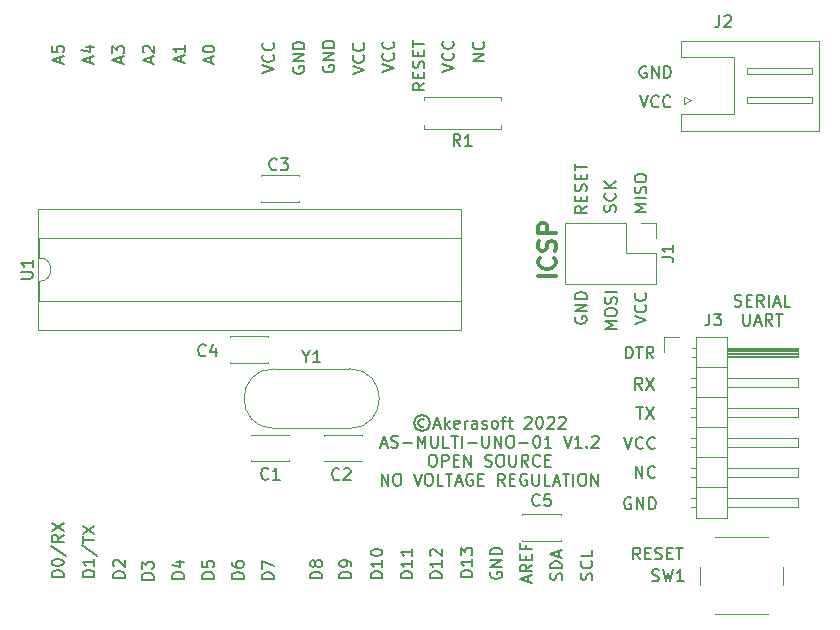
<source format=gbr>
%TF.GenerationSoftware,KiCad,Pcbnew,(6.0.6)*%
%TF.CreationDate,2022-12-23T09:56:40-08:00*%
%TF.ProjectId,AS-MULTI-UNO-01,41532d4d-554c-4544-992d-554e4f2d3031,rev?*%
%TF.SameCoordinates,Original*%
%TF.FileFunction,Legend,Top*%
%TF.FilePolarity,Positive*%
%FSLAX46Y46*%
G04 Gerber Fmt 4.6, Leading zero omitted, Abs format (unit mm)*
G04 Created by KiCad (PCBNEW (6.0.6)) date 2022-12-23 09:56:40*
%MOMM*%
%LPD*%
G01*
G04 APERTURE LIST*
%ADD10C,0.150000*%
%ADD11C,0.300000*%
%ADD12C,0.120000*%
G04 APERTURE END LIST*
D10*
X131491219Y-112034580D02*
X131157885Y-111558390D01*
X130919790Y-112034580D02*
X130919790Y-111034580D01*
X131300742Y-111034580D01*
X131395980Y-111082200D01*
X131443600Y-111129819D01*
X131491219Y-111225057D01*
X131491219Y-111367914D01*
X131443600Y-111463152D01*
X131395980Y-111510771D01*
X131300742Y-111558390D01*
X130919790Y-111558390D01*
X131919790Y-111510771D02*
X132253123Y-111510771D01*
X132395980Y-112034580D02*
X131919790Y-112034580D01*
X131919790Y-111034580D01*
X132395980Y-111034580D01*
X132776933Y-111986961D02*
X132919790Y-112034580D01*
X133157885Y-112034580D01*
X133253123Y-111986961D01*
X133300742Y-111939342D01*
X133348361Y-111844104D01*
X133348361Y-111748866D01*
X133300742Y-111653628D01*
X133253123Y-111606009D01*
X133157885Y-111558390D01*
X132967409Y-111510771D01*
X132872171Y-111463152D01*
X132824552Y-111415533D01*
X132776933Y-111320295D01*
X132776933Y-111225057D01*
X132824552Y-111129819D01*
X132872171Y-111082200D01*
X132967409Y-111034580D01*
X133205504Y-111034580D01*
X133348361Y-111082200D01*
X133776933Y-111510771D02*
X134110266Y-111510771D01*
X134253123Y-112034580D02*
X133776933Y-112034580D01*
X133776933Y-111034580D01*
X134253123Y-111034580D01*
X134538838Y-111034580D02*
X135110266Y-111034580D01*
X134824552Y-112034580D02*
X134824552Y-111034580D01*
X139498676Y-90582561D02*
X139641533Y-90630180D01*
X139879628Y-90630180D01*
X139974866Y-90582561D01*
X140022485Y-90534942D01*
X140070104Y-90439704D01*
X140070104Y-90344466D01*
X140022485Y-90249228D01*
X139974866Y-90201609D01*
X139879628Y-90153990D01*
X139689152Y-90106371D01*
X139593914Y-90058752D01*
X139546295Y-90011133D01*
X139498676Y-89915895D01*
X139498676Y-89820657D01*
X139546295Y-89725419D01*
X139593914Y-89677800D01*
X139689152Y-89630180D01*
X139927247Y-89630180D01*
X140070104Y-89677800D01*
X140498676Y-90106371D02*
X140832009Y-90106371D01*
X140974866Y-90630180D02*
X140498676Y-90630180D01*
X140498676Y-89630180D01*
X140974866Y-89630180D01*
X141974866Y-90630180D02*
X141641533Y-90153990D01*
X141403438Y-90630180D02*
X141403438Y-89630180D01*
X141784390Y-89630180D01*
X141879628Y-89677800D01*
X141927247Y-89725419D01*
X141974866Y-89820657D01*
X141974866Y-89963514D01*
X141927247Y-90058752D01*
X141879628Y-90106371D01*
X141784390Y-90153990D01*
X141403438Y-90153990D01*
X142403438Y-90630180D02*
X142403438Y-89630180D01*
X142832009Y-90344466D02*
X143308200Y-90344466D01*
X142736771Y-90630180D02*
X143070104Y-89630180D01*
X143403438Y-90630180D01*
X144212961Y-90630180D02*
X143736771Y-90630180D01*
X143736771Y-89630180D01*
X140212961Y-91240180D02*
X140212961Y-92049704D01*
X140260580Y-92144942D01*
X140308200Y-92192561D01*
X140403438Y-92240180D01*
X140593914Y-92240180D01*
X140689152Y-92192561D01*
X140736771Y-92144942D01*
X140784390Y-92049704D01*
X140784390Y-91240180D01*
X141212961Y-91954466D02*
X141689152Y-91954466D01*
X141117723Y-92240180D02*
X141451057Y-91240180D01*
X141784390Y-92240180D01*
X142689152Y-92240180D02*
X142355819Y-91763990D01*
X142117723Y-92240180D02*
X142117723Y-91240180D01*
X142498676Y-91240180D01*
X142593914Y-91287800D01*
X142641533Y-91335419D01*
X142689152Y-91430657D01*
X142689152Y-91573514D01*
X142641533Y-91668752D01*
X142593914Y-91716371D01*
X142498676Y-91763990D01*
X142117723Y-91763990D01*
X142974866Y-91240180D02*
X143546295Y-91240180D01*
X143260580Y-92240180D02*
X143260580Y-91240180D01*
X130708495Y-106840400D02*
X130613257Y-106792780D01*
X130470400Y-106792780D01*
X130327542Y-106840400D01*
X130232304Y-106935638D01*
X130184685Y-107030876D01*
X130137066Y-107221352D01*
X130137066Y-107364209D01*
X130184685Y-107554685D01*
X130232304Y-107649923D01*
X130327542Y-107745161D01*
X130470400Y-107792780D01*
X130565638Y-107792780D01*
X130708495Y-107745161D01*
X130756114Y-107697542D01*
X130756114Y-107364209D01*
X130565638Y-107364209D01*
X131184685Y-107792780D02*
X131184685Y-106792780D01*
X131756114Y-107792780D01*
X131756114Y-106792780D01*
X132232304Y-107792780D02*
X132232304Y-106792780D01*
X132470400Y-106792780D01*
X132613257Y-106840400D01*
X132708495Y-106935638D01*
X132756114Y-107030876D01*
X132803733Y-107221352D01*
X132803733Y-107364209D01*
X132756114Y-107554685D01*
X132708495Y-107649923D01*
X132613257Y-107745161D01*
X132470400Y-107792780D01*
X132232304Y-107792780D01*
X131116485Y-105151180D02*
X131116485Y-104151180D01*
X131687914Y-105151180D01*
X131687914Y-104151180D01*
X132735533Y-105055942D02*
X132687914Y-105103561D01*
X132545057Y-105151180D01*
X132449819Y-105151180D01*
X132306961Y-105103561D01*
X132211723Y-105008323D01*
X132164104Y-104913085D01*
X132116485Y-104722609D01*
X132116485Y-104579752D01*
X132164104Y-104389276D01*
X132211723Y-104294038D01*
X132306961Y-104198800D01*
X132449819Y-104151180D01*
X132545057Y-104151180D01*
X132687914Y-104198800D01*
X132735533Y-104246419D01*
X130162466Y-101687380D02*
X130495800Y-102687380D01*
X130829133Y-101687380D01*
X131733895Y-102592142D02*
X131686276Y-102639761D01*
X131543419Y-102687380D01*
X131448180Y-102687380D01*
X131305323Y-102639761D01*
X131210085Y-102544523D01*
X131162466Y-102449285D01*
X131114847Y-102258809D01*
X131114847Y-102115952D01*
X131162466Y-101925476D01*
X131210085Y-101830238D01*
X131305323Y-101735000D01*
X131448180Y-101687380D01*
X131543419Y-101687380D01*
X131686276Y-101735000D01*
X131733895Y-101782619D01*
X132733895Y-102592142D02*
X132686276Y-102639761D01*
X132543419Y-102687380D01*
X132448180Y-102687380D01*
X132305323Y-102639761D01*
X132210085Y-102544523D01*
X132162466Y-102449285D01*
X132114847Y-102258809D01*
X132114847Y-102115952D01*
X132162466Y-101925476D01*
X132210085Y-101830238D01*
X132305323Y-101735000D01*
X132448180Y-101687380D01*
X132543419Y-101687380D01*
X132686276Y-101735000D01*
X132733895Y-101782619D01*
X131165695Y-99147380D02*
X131737123Y-99147380D01*
X131451409Y-100147380D02*
X131451409Y-99147380D01*
X131975219Y-99147380D02*
X132641885Y-100147380D01*
X132641885Y-99147380D02*
X131975219Y-100147380D01*
X131659333Y-97658180D02*
X131326000Y-97181990D01*
X131087904Y-97658180D02*
X131087904Y-96658180D01*
X131468857Y-96658180D01*
X131564095Y-96705800D01*
X131611714Y-96753419D01*
X131659333Y-96848657D01*
X131659333Y-96991514D01*
X131611714Y-97086752D01*
X131564095Y-97134371D01*
X131468857Y-97181990D01*
X131087904Y-97181990D01*
X131992666Y-96658180D02*
X132659333Y-97658180D01*
X132659333Y-96658180D02*
X131992666Y-97658180D01*
X131483266Y-72756780D02*
X131816600Y-73756780D01*
X132149933Y-72756780D01*
X133054695Y-73661542D02*
X133007076Y-73709161D01*
X132864219Y-73756780D01*
X132768980Y-73756780D01*
X132626123Y-73709161D01*
X132530885Y-73613923D01*
X132483266Y-73518685D01*
X132435647Y-73328209D01*
X132435647Y-73185352D01*
X132483266Y-72994876D01*
X132530885Y-72899638D01*
X132626123Y-72804400D01*
X132768980Y-72756780D01*
X132864219Y-72756780D01*
X133007076Y-72804400D01*
X133054695Y-72852019D01*
X134054695Y-73661542D02*
X134007076Y-73709161D01*
X133864219Y-73756780D01*
X133768980Y-73756780D01*
X133626123Y-73709161D01*
X133530885Y-73613923D01*
X133483266Y-73518685D01*
X133435647Y-73328209D01*
X133435647Y-73185352D01*
X133483266Y-72994876D01*
X133530885Y-72899638D01*
X133626123Y-72804400D01*
X133768980Y-72756780D01*
X133864219Y-72756780D01*
X134007076Y-72804400D01*
X134054695Y-72852019D01*
X132003895Y-70315200D02*
X131908657Y-70267580D01*
X131765800Y-70267580D01*
X131622942Y-70315200D01*
X131527704Y-70410438D01*
X131480085Y-70505676D01*
X131432466Y-70696152D01*
X131432466Y-70839009D01*
X131480085Y-71029485D01*
X131527704Y-71124723D01*
X131622942Y-71219961D01*
X131765800Y-71267580D01*
X131861038Y-71267580D01*
X132003895Y-71219961D01*
X132051514Y-71172342D01*
X132051514Y-70839009D01*
X131861038Y-70839009D01*
X132480085Y-71267580D02*
X132480085Y-70267580D01*
X133051514Y-71267580D01*
X133051514Y-70267580D01*
X133527704Y-71267580D02*
X133527704Y-70267580D01*
X133765800Y-70267580D01*
X133908657Y-70315200D01*
X134003895Y-70410438D01*
X134051514Y-70505676D01*
X134099133Y-70696152D01*
X134099133Y-70839009D01*
X134051514Y-71029485D01*
X134003895Y-71124723D01*
X133908657Y-71219961D01*
X133765800Y-71267580D01*
X133527704Y-71267580D01*
X130276742Y-95016580D02*
X130276742Y-94016580D01*
X130514838Y-94016580D01*
X130657695Y-94064200D01*
X130752933Y-94159438D01*
X130800552Y-94254676D01*
X130848171Y-94445152D01*
X130848171Y-94588009D01*
X130800552Y-94778485D01*
X130752933Y-94873723D01*
X130657695Y-94968961D01*
X130514838Y-95016580D01*
X130276742Y-95016580D01*
X131133885Y-94016580D02*
X131705314Y-94016580D01*
X131419600Y-95016580D02*
X131419600Y-94016580D01*
X132610076Y-95016580D02*
X132276742Y-94540390D01*
X132038647Y-95016580D02*
X132038647Y-94016580D01*
X132419600Y-94016580D01*
X132514838Y-94064200D01*
X132562457Y-94111819D01*
X132610076Y-94207057D01*
X132610076Y-94349914D01*
X132562457Y-94445152D01*
X132514838Y-94492771D01*
X132419600Y-94540390D01*
X132038647Y-94540390D01*
X84926466Y-69980085D02*
X84926466Y-69503895D01*
X85212180Y-70075323D02*
X84212180Y-69741990D01*
X85212180Y-69408657D01*
X84545514Y-68646752D02*
X85212180Y-68646752D01*
X84164561Y-68884847D02*
X84878847Y-69122942D01*
X84878847Y-68503895D01*
X104656000Y-70230904D02*
X104608380Y-70326142D01*
X104608380Y-70469000D01*
X104656000Y-70611857D01*
X104751238Y-70707095D01*
X104846476Y-70754714D01*
X105036952Y-70802333D01*
X105179809Y-70802333D01*
X105370285Y-70754714D01*
X105465523Y-70707095D01*
X105560761Y-70611857D01*
X105608380Y-70469000D01*
X105608380Y-70373761D01*
X105560761Y-70230904D01*
X105513142Y-70183285D01*
X105179809Y-70183285D01*
X105179809Y-70373761D01*
X105608380Y-69754714D02*
X104608380Y-69754714D01*
X105608380Y-69183285D01*
X104608380Y-69183285D01*
X105608380Y-68707095D02*
X104608380Y-68707095D01*
X104608380Y-68469000D01*
X104656000Y-68326142D01*
X104751238Y-68230904D01*
X104846476Y-68183285D01*
X105036952Y-68135666D01*
X105179809Y-68135666D01*
X105370285Y-68183285D01*
X105465523Y-68230904D01*
X105560761Y-68326142D01*
X105608380Y-68469000D01*
X105608380Y-68707095D01*
X117292380Y-113533085D02*
X116292380Y-113533085D01*
X116292380Y-113294990D01*
X116340000Y-113152133D01*
X116435238Y-113056895D01*
X116530476Y-113009276D01*
X116720952Y-112961657D01*
X116863809Y-112961657D01*
X117054285Y-113009276D01*
X117149523Y-113056895D01*
X117244761Y-113152133D01*
X117292380Y-113294990D01*
X117292380Y-113533085D01*
X117292380Y-112009276D02*
X117292380Y-112580704D01*
X117292380Y-112294990D02*
X116292380Y-112294990D01*
X116435238Y-112390228D01*
X116530476Y-112485466D01*
X116578095Y-112580704D01*
X116292380Y-111675942D02*
X116292380Y-111056895D01*
X116673333Y-111390228D01*
X116673333Y-111247371D01*
X116720952Y-111152133D01*
X116768571Y-111104514D01*
X116863809Y-111056895D01*
X117101904Y-111056895D01*
X117197142Y-111104514D01*
X117244761Y-111152133D01*
X117292380Y-111247371D01*
X117292380Y-111533085D01*
X117244761Y-111628323D01*
X117197142Y-111675942D01*
X124839361Y-113787085D02*
X124886980Y-113644228D01*
X124886980Y-113406133D01*
X124839361Y-113310895D01*
X124791742Y-113263276D01*
X124696504Y-113215657D01*
X124601266Y-113215657D01*
X124506028Y-113263276D01*
X124458409Y-113310895D01*
X124410790Y-113406133D01*
X124363171Y-113596609D01*
X124315552Y-113691847D01*
X124267933Y-113739466D01*
X124172695Y-113787085D01*
X124077457Y-113787085D01*
X123982219Y-113739466D01*
X123934600Y-113691847D01*
X123886980Y-113596609D01*
X123886980Y-113358514D01*
X123934600Y-113215657D01*
X124886980Y-112787085D02*
X123886980Y-112787085D01*
X123886980Y-112548990D01*
X123934600Y-112406133D01*
X124029838Y-112310895D01*
X124125076Y-112263276D01*
X124315552Y-112215657D01*
X124458409Y-112215657D01*
X124648885Y-112263276D01*
X124744123Y-112310895D01*
X124839361Y-112406133D01*
X124886980Y-112548990D01*
X124886980Y-112787085D01*
X124601266Y-111834704D02*
X124601266Y-111358514D01*
X124886980Y-111929942D02*
X123886980Y-111596609D01*
X124886980Y-111263276D01*
X126969780Y-82148180D02*
X126493590Y-82481514D01*
X126969780Y-82719609D02*
X125969780Y-82719609D01*
X125969780Y-82338657D01*
X126017400Y-82243419D01*
X126065019Y-82195800D01*
X126160257Y-82148180D01*
X126303114Y-82148180D01*
X126398352Y-82195800D01*
X126445971Y-82243419D01*
X126493590Y-82338657D01*
X126493590Y-82719609D01*
X126445971Y-81719609D02*
X126445971Y-81386276D01*
X126969780Y-81243419D02*
X126969780Y-81719609D01*
X125969780Y-81719609D01*
X125969780Y-81243419D01*
X126922161Y-80862466D02*
X126969780Y-80719609D01*
X126969780Y-80481514D01*
X126922161Y-80386276D01*
X126874542Y-80338657D01*
X126779304Y-80291038D01*
X126684066Y-80291038D01*
X126588828Y-80338657D01*
X126541209Y-80386276D01*
X126493590Y-80481514D01*
X126445971Y-80671990D01*
X126398352Y-80767228D01*
X126350733Y-80814847D01*
X126255495Y-80862466D01*
X126160257Y-80862466D01*
X126065019Y-80814847D01*
X126017400Y-80767228D01*
X125969780Y-80671990D01*
X125969780Y-80433895D01*
X126017400Y-80291038D01*
X126445971Y-79862466D02*
X126445971Y-79529133D01*
X126969780Y-79386276D02*
X126969780Y-79862466D01*
X125969780Y-79862466D01*
X125969780Y-79386276D01*
X125969780Y-79100561D02*
X125969780Y-78529133D01*
X126969780Y-78814847D02*
X125969780Y-78814847D01*
X122035866Y-113963247D02*
X122035866Y-113487057D01*
X122321580Y-114058485D02*
X121321580Y-113725152D01*
X122321580Y-113391819D01*
X122321580Y-112487057D02*
X121845390Y-112820390D01*
X122321580Y-113058485D02*
X121321580Y-113058485D01*
X121321580Y-112677533D01*
X121369200Y-112582295D01*
X121416819Y-112534676D01*
X121512057Y-112487057D01*
X121654914Y-112487057D01*
X121750152Y-112534676D01*
X121797771Y-112582295D01*
X121845390Y-112677533D01*
X121845390Y-113058485D01*
X121797771Y-112058485D02*
X121797771Y-111725152D01*
X122321580Y-111582295D02*
X122321580Y-112058485D01*
X121321580Y-112058485D01*
X121321580Y-111582295D01*
X121797771Y-110820390D02*
X121797771Y-111153723D01*
X122321580Y-111153723D02*
X121321580Y-111153723D01*
X121321580Y-110677533D01*
X90292180Y-113742695D02*
X89292180Y-113742695D01*
X89292180Y-113504600D01*
X89339800Y-113361742D01*
X89435038Y-113266504D01*
X89530276Y-113218885D01*
X89720752Y-113171266D01*
X89863609Y-113171266D01*
X90054085Y-113218885D01*
X90149323Y-113266504D01*
X90244561Y-113361742D01*
X90292180Y-113504600D01*
X90292180Y-113742695D01*
X89292180Y-112837933D02*
X89292180Y-112218885D01*
X89673133Y-112552219D01*
X89673133Y-112409361D01*
X89720752Y-112314123D01*
X89768371Y-112266504D01*
X89863609Y-112218885D01*
X90101704Y-112218885D01*
X90196942Y-112266504D01*
X90244561Y-112314123D01*
X90292180Y-112409361D01*
X90292180Y-112695076D01*
X90244561Y-112790314D01*
X90196942Y-112837933D01*
X114676180Y-113634685D02*
X113676180Y-113634685D01*
X113676180Y-113396590D01*
X113723800Y-113253733D01*
X113819038Y-113158495D01*
X113914276Y-113110876D01*
X114104752Y-113063257D01*
X114247609Y-113063257D01*
X114438085Y-113110876D01*
X114533323Y-113158495D01*
X114628561Y-113253733D01*
X114676180Y-113396590D01*
X114676180Y-113634685D01*
X114676180Y-112110876D02*
X114676180Y-112682304D01*
X114676180Y-112396590D02*
X113676180Y-112396590D01*
X113819038Y-112491828D01*
X113914276Y-112587066D01*
X113961895Y-112682304D01*
X113771419Y-111729923D02*
X113723800Y-111682304D01*
X113676180Y-111587066D01*
X113676180Y-111348971D01*
X113723800Y-111253733D01*
X113771419Y-111206114D01*
X113866657Y-111158495D01*
X113961895Y-111158495D01*
X114104752Y-111206114D01*
X114676180Y-111777542D01*
X114676180Y-111158495D01*
X104566980Y-113641095D02*
X103566980Y-113641095D01*
X103566980Y-113403000D01*
X103614600Y-113260142D01*
X103709838Y-113164904D01*
X103805076Y-113117285D01*
X103995552Y-113069666D01*
X104138409Y-113069666D01*
X104328885Y-113117285D01*
X104424123Y-113164904D01*
X104519361Y-113260142D01*
X104566980Y-113403000D01*
X104566980Y-113641095D01*
X103995552Y-112498238D02*
X103947933Y-112593476D01*
X103900314Y-112641095D01*
X103805076Y-112688714D01*
X103757457Y-112688714D01*
X103662219Y-112641095D01*
X103614600Y-112593476D01*
X103566980Y-112498238D01*
X103566980Y-112307761D01*
X103614600Y-112212523D01*
X103662219Y-112164904D01*
X103757457Y-112117285D01*
X103805076Y-112117285D01*
X103900314Y-112164904D01*
X103947933Y-112212523D01*
X103995552Y-112307761D01*
X103995552Y-112498238D01*
X104043171Y-112593476D01*
X104090790Y-112641095D01*
X104186028Y-112688714D01*
X104376504Y-112688714D01*
X104471742Y-112641095D01*
X104519361Y-112593476D01*
X104566980Y-112498238D01*
X104566980Y-112307761D01*
X104519361Y-112212523D01*
X104471742Y-112164904D01*
X104376504Y-112117285D01*
X104186028Y-112117285D01*
X104090790Y-112164904D01*
X104043171Y-112212523D01*
X103995552Y-112307761D01*
X109672380Y-113634685D02*
X108672380Y-113634685D01*
X108672380Y-113396590D01*
X108720000Y-113253733D01*
X108815238Y-113158495D01*
X108910476Y-113110876D01*
X109100952Y-113063257D01*
X109243809Y-113063257D01*
X109434285Y-113110876D01*
X109529523Y-113158495D01*
X109624761Y-113253733D01*
X109672380Y-113396590D01*
X109672380Y-113634685D01*
X109672380Y-112110876D02*
X109672380Y-112682304D01*
X109672380Y-112396590D02*
X108672380Y-112396590D01*
X108815238Y-112491828D01*
X108910476Y-112587066D01*
X108958095Y-112682304D01*
X108672380Y-111491828D02*
X108672380Y-111396590D01*
X108720000Y-111301352D01*
X108767619Y-111253733D01*
X108862857Y-111206114D01*
X109053333Y-111158495D01*
X109291428Y-111158495D01*
X109481904Y-111206114D01*
X109577142Y-111253733D01*
X109624761Y-111301352D01*
X109672380Y-111396590D01*
X109672380Y-111491828D01*
X109624761Y-111587066D01*
X109577142Y-111634685D01*
X109481904Y-111682304D01*
X109291428Y-111729923D01*
X109053333Y-111729923D01*
X108862857Y-111682304D01*
X108767619Y-111634685D01*
X108720000Y-111587066D01*
X108672380Y-111491828D01*
X92648066Y-69929285D02*
X92648066Y-69453095D01*
X92933780Y-70024523D02*
X91933780Y-69691190D01*
X92933780Y-69357857D01*
X92933780Y-68500714D02*
X92933780Y-69072142D01*
X92933780Y-68786428D02*
X91933780Y-68786428D01*
X92076638Y-68881666D01*
X92171876Y-68976904D01*
X92219495Y-69072142D01*
X107030780Y-113641095D02*
X106030780Y-113641095D01*
X106030780Y-113403000D01*
X106078400Y-113260142D01*
X106173638Y-113164904D01*
X106268876Y-113117285D01*
X106459352Y-113069666D01*
X106602209Y-113069666D01*
X106792685Y-113117285D01*
X106887923Y-113164904D01*
X106983161Y-113260142D01*
X107030780Y-113403000D01*
X107030780Y-113641095D01*
X107030780Y-112593476D02*
X107030780Y-112403000D01*
X106983161Y-112307761D01*
X106935542Y-112260142D01*
X106792685Y-112164904D01*
X106602209Y-112117285D01*
X106221257Y-112117285D01*
X106126019Y-112164904D01*
X106078400Y-112212523D01*
X106030780Y-112307761D01*
X106030780Y-112498238D01*
X106078400Y-112593476D01*
X106126019Y-112641095D01*
X106221257Y-112688714D01*
X106459352Y-112688714D01*
X106554590Y-112641095D01*
X106602209Y-112593476D01*
X106649828Y-112498238D01*
X106649828Y-112307761D01*
X106602209Y-112212523D01*
X106554590Y-112164904D01*
X106459352Y-112117285D01*
X114717580Y-70751533D02*
X115717580Y-70418200D01*
X114717580Y-70084866D01*
X115622342Y-69180104D02*
X115669961Y-69227723D01*
X115717580Y-69370580D01*
X115717580Y-69465819D01*
X115669961Y-69608676D01*
X115574723Y-69703914D01*
X115479485Y-69751533D01*
X115289009Y-69799152D01*
X115146152Y-69799152D01*
X114955676Y-69751533D01*
X114860438Y-69703914D01*
X114765200Y-69608676D01*
X114717580Y-69465819D01*
X114717580Y-69370580D01*
X114765200Y-69227723D01*
X114812819Y-69180104D01*
X115622342Y-68180104D02*
X115669961Y-68227723D01*
X115717580Y-68370580D01*
X115717580Y-68465819D01*
X115669961Y-68608676D01*
X115574723Y-68703914D01*
X115479485Y-68751533D01*
X115289009Y-68799152D01*
X115146152Y-68799152D01*
X114955676Y-68751533D01*
X114860438Y-68703914D01*
X114765200Y-68608676D01*
X114717580Y-68465819D01*
X114717580Y-68370580D01*
X114765200Y-68227723D01*
X114812819Y-68180104D01*
X107148380Y-70929333D02*
X108148380Y-70596000D01*
X107148380Y-70262666D01*
X108053142Y-69357904D02*
X108100761Y-69405523D01*
X108148380Y-69548380D01*
X108148380Y-69643619D01*
X108100761Y-69786476D01*
X108005523Y-69881714D01*
X107910285Y-69929333D01*
X107719809Y-69976952D01*
X107576952Y-69976952D01*
X107386476Y-69929333D01*
X107291238Y-69881714D01*
X107196000Y-69786476D01*
X107148380Y-69643619D01*
X107148380Y-69548380D01*
X107196000Y-69405523D01*
X107243619Y-69357904D01*
X108053142Y-68357904D02*
X108100761Y-68405523D01*
X108148380Y-68548380D01*
X108148380Y-68643619D01*
X108100761Y-68786476D01*
X108005523Y-68881714D01*
X107910285Y-68929333D01*
X107719809Y-68976952D01*
X107576952Y-68976952D01*
X107386476Y-68929333D01*
X107291238Y-68881714D01*
X107196000Y-68786476D01*
X107148380Y-68643619D01*
X107148380Y-68548380D01*
X107196000Y-68405523D01*
X107243619Y-68357904D01*
X127404761Y-113763276D02*
X127452380Y-113620419D01*
X127452380Y-113382323D01*
X127404761Y-113287085D01*
X127357142Y-113239466D01*
X127261904Y-113191847D01*
X127166666Y-113191847D01*
X127071428Y-113239466D01*
X127023809Y-113287085D01*
X126976190Y-113382323D01*
X126928571Y-113572800D01*
X126880952Y-113668038D01*
X126833333Y-113715657D01*
X126738095Y-113763276D01*
X126642857Y-113763276D01*
X126547619Y-113715657D01*
X126500000Y-113668038D01*
X126452380Y-113572800D01*
X126452380Y-113334704D01*
X126500000Y-113191847D01*
X127357142Y-112191847D02*
X127404761Y-112239466D01*
X127452380Y-112382323D01*
X127452380Y-112477561D01*
X127404761Y-112620419D01*
X127309523Y-112715657D01*
X127214285Y-112763276D01*
X127023809Y-112810895D01*
X126880952Y-112810895D01*
X126690476Y-112763276D01*
X126595238Y-112715657D01*
X126500000Y-112620419D01*
X126452380Y-112477561D01*
X126452380Y-112382323D01*
X126500000Y-112239466D01*
X126547619Y-112191847D01*
X127452380Y-111287085D02*
X127452380Y-111763276D01*
X126452380Y-111763276D01*
X92882980Y-113666495D02*
X91882980Y-113666495D01*
X91882980Y-113428400D01*
X91930600Y-113285542D01*
X92025838Y-113190304D01*
X92121076Y-113142685D01*
X92311552Y-113095066D01*
X92454409Y-113095066D01*
X92644885Y-113142685D01*
X92740123Y-113190304D01*
X92835361Y-113285542D01*
X92882980Y-113428400D01*
X92882980Y-113666495D01*
X92216314Y-112237923D02*
X92882980Y-112237923D01*
X91835361Y-112476019D02*
X92549647Y-112714114D01*
X92549647Y-112095066D01*
X129385961Y-82616514D02*
X129433580Y-82473657D01*
X129433580Y-82235561D01*
X129385961Y-82140323D01*
X129338342Y-82092704D01*
X129243104Y-82045085D01*
X129147866Y-82045085D01*
X129052628Y-82092704D01*
X129005009Y-82140323D01*
X128957390Y-82235561D01*
X128909771Y-82426038D01*
X128862152Y-82521276D01*
X128814533Y-82568895D01*
X128719295Y-82616514D01*
X128624057Y-82616514D01*
X128528819Y-82568895D01*
X128481200Y-82521276D01*
X128433580Y-82426038D01*
X128433580Y-82187942D01*
X128481200Y-82045085D01*
X129338342Y-81045085D02*
X129385961Y-81092704D01*
X129433580Y-81235561D01*
X129433580Y-81330800D01*
X129385961Y-81473657D01*
X129290723Y-81568895D01*
X129195485Y-81616514D01*
X129005009Y-81664133D01*
X128862152Y-81664133D01*
X128671676Y-81616514D01*
X128576438Y-81568895D01*
X128481200Y-81473657D01*
X128433580Y-81330800D01*
X128433580Y-81235561D01*
X128481200Y-81092704D01*
X128528819Y-81045085D01*
X129433580Y-80616514D02*
X128433580Y-80616514D01*
X129433580Y-80045085D02*
X128862152Y-80473657D01*
X128433580Y-80045085D02*
X129005009Y-80616514D01*
X113222780Y-100196276D02*
X113127542Y-100148657D01*
X112937066Y-100148657D01*
X112841828Y-100196276D01*
X112746590Y-100291514D01*
X112698971Y-100386752D01*
X112698971Y-100577228D01*
X112746590Y-100672466D01*
X112841828Y-100767704D01*
X112937066Y-100815323D01*
X113127542Y-100815323D01*
X113222780Y-100767704D01*
X113032304Y-99815323D02*
X112794209Y-99862942D01*
X112556114Y-100005800D01*
X112413257Y-100243895D01*
X112365638Y-100481990D01*
X112413257Y-100720085D01*
X112556114Y-100958180D01*
X112794209Y-101101038D01*
X113032304Y-101148657D01*
X113270400Y-101101038D01*
X113508495Y-100958180D01*
X113651352Y-100720085D01*
X113698971Y-100481990D01*
X113651352Y-100243895D01*
X113508495Y-100005800D01*
X113270400Y-99862942D01*
X113032304Y-99815323D01*
X114079923Y-100672466D02*
X114556114Y-100672466D01*
X113984685Y-100958180D02*
X114318019Y-99958180D01*
X114651352Y-100958180D01*
X114984685Y-100958180D02*
X114984685Y-99958180D01*
X115079923Y-100577228D02*
X115365638Y-100958180D01*
X115365638Y-100291514D02*
X114984685Y-100672466D01*
X116175161Y-100910561D02*
X116079923Y-100958180D01*
X115889447Y-100958180D01*
X115794209Y-100910561D01*
X115746590Y-100815323D01*
X115746590Y-100434371D01*
X115794209Y-100339133D01*
X115889447Y-100291514D01*
X116079923Y-100291514D01*
X116175161Y-100339133D01*
X116222780Y-100434371D01*
X116222780Y-100529609D01*
X115746590Y-100624847D01*
X116651352Y-100958180D02*
X116651352Y-100291514D01*
X116651352Y-100481990D02*
X116698971Y-100386752D01*
X116746590Y-100339133D01*
X116841828Y-100291514D01*
X116937066Y-100291514D01*
X117698971Y-100958180D02*
X117698971Y-100434371D01*
X117651352Y-100339133D01*
X117556114Y-100291514D01*
X117365638Y-100291514D01*
X117270400Y-100339133D01*
X117698971Y-100910561D02*
X117603733Y-100958180D01*
X117365638Y-100958180D01*
X117270400Y-100910561D01*
X117222780Y-100815323D01*
X117222780Y-100720085D01*
X117270400Y-100624847D01*
X117365638Y-100577228D01*
X117603733Y-100577228D01*
X117698971Y-100529609D01*
X118127542Y-100910561D02*
X118222780Y-100958180D01*
X118413257Y-100958180D01*
X118508495Y-100910561D01*
X118556114Y-100815323D01*
X118556114Y-100767704D01*
X118508495Y-100672466D01*
X118413257Y-100624847D01*
X118270400Y-100624847D01*
X118175161Y-100577228D01*
X118127542Y-100481990D01*
X118127542Y-100434371D01*
X118175161Y-100339133D01*
X118270400Y-100291514D01*
X118413257Y-100291514D01*
X118508495Y-100339133D01*
X119127542Y-100958180D02*
X119032304Y-100910561D01*
X118984685Y-100862942D01*
X118937066Y-100767704D01*
X118937066Y-100481990D01*
X118984685Y-100386752D01*
X119032304Y-100339133D01*
X119127542Y-100291514D01*
X119270400Y-100291514D01*
X119365638Y-100339133D01*
X119413257Y-100386752D01*
X119460876Y-100481990D01*
X119460876Y-100767704D01*
X119413257Y-100862942D01*
X119365638Y-100910561D01*
X119270400Y-100958180D01*
X119127542Y-100958180D01*
X119746590Y-100291514D02*
X120127542Y-100291514D01*
X119889447Y-100958180D02*
X119889447Y-100101038D01*
X119937066Y-100005800D01*
X120032304Y-99958180D01*
X120127542Y-99958180D01*
X120318019Y-100291514D02*
X120698971Y-100291514D01*
X120460876Y-99958180D02*
X120460876Y-100815323D01*
X120508495Y-100910561D01*
X120603733Y-100958180D01*
X120698971Y-100958180D01*
X121746590Y-100053419D02*
X121794209Y-100005800D01*
X121889447Y-99958180D01*
X122127542Y-99958180D01*
X122222780Y-100005800D01*
X122270400Y-100053419D01*
X122318019Y-100148657D01*
X122318019Y-100243895D01*
X122270400Y-100386752D01*
X121698971Y-100958180D01*
X122318019Y-100958180D01*
X122937066Y-99958180D02*
X123032304Y-99958180D01*
X123127542Y-100005800D01*
X123175161Y-100053419D01*
X123222780Y-100148657D01*
X123270400Y-100339133D01*
X123270400Y-100577228D01*
X123222780Y-100767704D01*
X123175161Y-100862942D01*
X123127542Y-100910561D01*
X123032304Y-100958180D01*
X122937066Y-100958180D01*
X122841828Y-100910561D01*
X122794209Y-100862942D01*
X122746590Y-100767704D01*
X122698971Y-100577228D01*
X122698971Y-100339133D01*
X122746590Y-100148657D01*
X122794209Y-100053419D01*
X122841828Y-100005800D01*
X122937066Y-99958180D01*
X123651352Y-100053419D02*
X123698971Y-100005800D01*
X123794209Y-99958180D01*
X124032304Y-99958180D01*
X124127542Y-100005800D01*
X124175161Y-100053419D01*
X124222780Y-100148657D01*
X124222780Y-100243895D01*
X124175161Y-100386752D01*
X123603733Y-100958180D01*
X124222780Y-100958180D01*
X124603733Y-100053419D02*
X124651352Y-100005800D01*
X124746590Y-99958180D01*
X124984685Y-99958180D01*
X125079923Y-100005800D01*
X125127542Y-100053419D01*
X125175161Y-100148657D01*
X125175161Y-100243895D01*
X125127542Y-100386752D01*
X124556114Y-100958180D01*
X125175161Y-100958180D01*
X109556114Y-102282466D02*
X110032304Y-102282466D01*
X109460876Y-102568180D02*
X109794209Y-101568180D01*
X110127542Y-102568180D01*
X110413257Y-102520561D02*
X110556114Y-102568180D01*
X110794209Y-102568180D01*
X110889447Y-102520561D01*
X110937066Y-102472942D01*
X110984685Y-102377704D01*
X110984685Y-102282466D01*
X110937066Y-102187228D01*
X110889447Y-102139609D01*
X110794209Y-102091990D01*
X110603733Y-102044371D01*
X110508495Y-101996752D01*
X110460876Y-101949133D01*
X110413257Y-101853895D01*
X110413257Y-101758657D01*
X110460876Y-101663419D01*
X110508495Y-101615800D01*
X110603733Y-101568180D01*
X110841828Y-101568180D01*
X110984685Y-101615800D01*
X111413257Y-102187228D02*
X112175161Y-102187228D01*
X112651352Y-102568180D02*
X112651352Y-101568180D01*
X112984685Y-102282466D01*
X113318019Y-101568180D01*
X113318019Y-102568180D01*
X113794209Y-101568180D02*
X113794209Y-102377704D01*
X113841828Y-102472942D01*
X113889447Y-102520561D01*
X113984685Y-102568180D01*
X114175161Y-102568180D01*
X114270400Y-102520561D01*
X114318019Y-102472942D01*
X114365638Y-102377704D01*
X114365638Y-101568180D01*
X115318019Y-102568180D02*
X114841828Y-102568180D01*
X114841828Y-101568180D01*
X115508495Y-101568180D02*
X116079923Y-101568180D01*
X115794209Y-102568180D02*
X115794209Y-101568180D01*
X116413257Y-102568180D02*
X116413257Y-101568180D01*
X116889447Y-102187228D02*
X117651352Y-102187228D01*
X118127542Y-101568180D02*
X118127542Y-102377704D01*
X118175161Y-102472942D01*
X118222780Y-102520561D01*
X118318019Y-102568180D01*
X118508495Y-102568180D01*
X118603733Y-102520561D01*
X118651352Y-102472942D01*
X118698971Y-102377704D01*
X118698971Y-101568180D01*
X119175161Y-102568180D02*
X119175161Y-101568180D01*
X119746590Y-102568180D01*
X119746590Y-101568180D01*
X120413257Y-101568180D02*
X120603733Y-101568180D01*
X120698971Y-101615800D01*
X120794209Y-101711038D01*
X120841828Y-101901514D01*
X120841828Y-102234847D01*
X120794209Y-102425323D01*
X120698971Y-102520561D01*
X120603733Y-102568180D01*
X120413257Y-102568180D01*
X120318019Y-102520561D01*
X120222780Y-102425323D01*
X120175161Y-102234847D01*
X120175161Y-101901514D01*
X120222780Y-101711038D01*
X120318019Y-101615800D01*
X120413257Y-101568180D01*
X121270400Y-102187228D02*
X122032304Y-102187228D01*
X122698971Y-101568180D02*
X122794209Y-101568180D01*
X122889447Y-101615800D01*
X122937066Y-101663419D01*
X122984685Y-101758657D01*
X123032304Y-101949133D01*
X123032304Y-102187228D01*
X122984685Y-102377704D01*
X122937066Y-102472942D01*
X122889447Y-102520561D01*
X122794209Y-102568180D01*
X122698971Y-102568180D01*
X122603733Y-102520561D01*
X122556114Y-102472942D01*
X122508495Y-102377704D01*
X122460876Y-102187228D01*
X122460876Y-101949133D01*
X122508495Y-101758657D01*
X122556114Y-101663419D01*
X122603733Y-101615800D01*
X122698971Y-101568180D01*
X123984685Y-102568180D02*
X123413257Y-102568180D01*
X123698971Y-102568180D02*
X123698971Y-101568180D01*
X123603733Y-101711038D01*
X123508495Y-101806276D01*
X123413257Y-101853895D01*
X125032304Y-101568180D02*
X125365638Y-102568180D01*
X125698971Y-101568180D01*
X126556114Y-102568180D02*
X125984685Y-102568180D01*
X126270399Y-102568180D02*
X126270399Y-101568180D01*
X126175161Y-101711038D01*
X126079923Y-101806276D01*
X125984685Y-101853895D01*
X126984685Y-102472942D02*
X127032304Y-102520561D01*
X126984685Y-102568180D01*
X126937066Y-102520561D01*
X126984685Y-102472942D01*
X126984685Y-102568180D01*
X127413257Y-101663419D02*
X127460876Y-101615800D01*
X127556114Y-101568180D01*
X127794209Y-101568180D01*
X127889447Y-101615800D01*
X127937066Y-101663419D01*
X127984685Y-101758657D01*
X127984685Y-101853895D01*
X127937066Y-101996752D01*
X127365638Y-102568180D01*
X127984685Y-102568180D01*
X113841828Y-103178180D02*
X114032304Y-103178180D01*
X114127542Y-103225800D01*
X114222780Y-103321038D01*
X114270400Y-103511514D01*
X114270400Y-103844847D01*
X114222780Y-104035323D01*
X114127542Y-104130561D01*
X114032304Y-104178180D01*
X113841828Y-104178180D01*
X113746590Y-104130561D01*
X113651352Y-104035323D01*
X113603733Y-103844847D01*
X113603733Y-103511514D01*
X113651352Y-103321038D01*
X113746590Y-103225800D01*
X113841828Y-103178180D01*
X114698971Y-104178180D02*
X114698971Y-103178180D01*
X115079923Y-103178180D01*
X115175161Y-103225800D01*
X115222780Y-103273419D01*
X115270400Y-103368657D01*
X115270400Y-103511514D01*
X115222780Y-103606752D01*
X115175161Y-103654371D01*
X115079923Y-103701990D01*
X114698971Y-103701990D01*
X115698971Y-103654371D02*
X116032304Y-103654371D01*
X116175161Y-104178180D02*
X115698971Y-104178180D01*
X115698971Y-103178180D01*
X116175161Y-103178180D01*
X116603733Y-104178180D02*
X116603733Y-103178180D01*
X117175161Y-104178180D01*
X117175161Y-103178180D01*
X118365638Y-104130561D02*
X118508495Y-104178180D01*
X118746590Y-104178180D01*
X118841828Y-104130561D01*
X118889447Y-104082942D01*
X118937066Y-103987704D01*
X118937066Y-103892466D01*
X118889447Y-103797228D01*
X118841828Y-103749609D01*
X118746590Y-103701990D01*
X118556114Y-103654371D01*
X118460876Y-103606752D01*
X118413257Y-103559133D01*
X118365638Y-103463895D01*
X118365638Y-103368657D01*
X118413257Y-103273419D01*
X118460876Y-103225800D01*
X118556114Y-103178180D01*
X118794209Y-103178180D01*
X118937066Y-103225800D01*
X119556114Y-103178180D02*
X119746590Y-103178180D01*
X119841828Y-103225800D01*
X119937066Y-103321038D01*
X119984685Y-103511514D01*
X119984685Y-103844847D01*
X119937066Y-104035323D01*
X119841828Y-104130561D01*
X119746590Y-104178180D01*
X119556114Y-104178180D01*
X119460876Y-104130561D01*
X119365638Y-104035323D01*
X119318019Y-103844847D01*
X119318019Y-103511514D01*
X119365638Y-103321038D01*
X119460876Y-103225800D01*
X119556114Y-103178180D01*
X120413257Y-103178180D02*
X120413257Y-103987704D01*
X120460876Y-104082942D01*
X120508495Y-104130561D01*
X120603733Y-104178180D01*
X120794209Y-104178180D01*
X120889447Y-104130561D01*
X120937066Y-104082942D01*
X120984685Y-103987704D01*
X120984685Y-103178180D01*
X122032304Y-104178180D02*
X121698971Y-103701990D01*
X121460876Y-104178180D02*
X121460876Y-103178180D01*
X121841828Y-103178180D01*
X121937066Y-103225800D01*
X121984685Y-103273419D01*
X122032304Y-103368657D01*
X122032304Y-103511514D01*
X121984685Y-103606752D01*
X121937066Y-103654371D01*
X121841828Y-103701990D01*
X121460876Y-103701990D01*
X123032304Y-104082942D02*
X122984685Y-104130561D01*
X122841828Y-104178180D01*
X122746590Y-104178180D01*
X122603733Y-104130561D01*
X122508495Y-104035323D01*
X122460876Y-103940085D01*
X122413257Y-103749609D01*
X122413257Y-103606752D01*
X122460876Y-103416276D01*
X122508495Y-103321038D01*
X122603733Y-103225800D01*
X122746590Y-103178180D01*
X122841828Y-103178180D01*
X122984685Y-103225800D01*
X123032304Y-103273419D01*
X123460876Y-103654371D02*
X123794209Y-103654371D01*
X123937066Y-104178180D02*
X123460876Y-104178180D01*
X123460876Y-103178180D01*
X123937066Y-103178180D01*
X109603733Y-105788180D02*
X109603733Y-104788180D01*
X110175161Y-105788180D01*
X110175161Y-104788180D01*
X110841828Y-104788180D02*
X111032304Y-104788180D01*
X111127542Y-104835800D01*
X111222780Y-104931038D01*
X111270400Y-105121514D01*
X111270400Y-105454847D01*
X111222780Y-105645323D01*
X111127542Y-105740561D01*
X111032304Y-105788180D01*
X110841828Y-105788180D01*
X110746590Y-105740561D01*
X110651352Y-105645323D01*
X110603733Y-105454847D01*
X110603733Y-105121514D01*
X110651352Y-104931038D01*
X110746590Y-104835800D01*
X110841828Y-104788180D01*
X112318019Y-104788180D02*
X112651352Y-105788180D01*
X112984685Y-104788180D01*
X113508495Y-104788180D02*
X113698971Y-104788180D01*
X113794209Y-104835800D01*
X113889447Y-104931038D01*
X113937066Y-105121514D01*
X113937066Y-105454847D01*
X113889447Y-105645323D01*
X113794209Y-105740561D01*
X113698971Y-105788180D01*
X113508495Y-105788180D01*
X113413257Y-105740561D01*
X113318019Y-105645323D01*
X113270400Y-105454847D01*
X113270400Y-105121514D01*
X113318019Y-104931038D01*
X113413257Y-104835800D01*
X113508495Y-104788180D01*
X114841828Y-105788180D02*
X114365638Y-105788180D01*
X114365638Y-104788180D01*
X115032304Y-104788180D02*
X115603733Y-104788180D01*
X115318019Y-105788180D02*
X115318019Y-104788180D01*
X115889447Y-105502466D02*
X116365638Y-105502466D01*
X115794209Y-105788180D02*
X116127542Y-104788180D01*
X116460876Y-105788180D01*
X117318019Y-104835800D02*
X117222780Y-104788180D01*
X117079923Y-104788180D01*
X116937066Y-104835800D01*
X116841828Y-104931038D01*
X116794209Y-105026276D01*
X116746590Y-105216752D01*
X116746590Y-105359609D01*
X116794209Y-105550085D01*
X116841828Y-105645323D01*
X116937066Y-105740561D01*
X117079923Y-105788180D01*
X117175161Y-105788180D01*
X117318019Y-105740561D01*
X117365638Y-105692942D01*
X117365638Y-105359609D01*
X117175161Y-105359609D01*
X117794209Y-105264371D02*
X118127542Y-105264371D01*
X118270400Y-105788180D02*
X117794209Y-105788180D01*
X117794209Y-104788180D01*
X118270400Y-104788180D01*
X120032304Y-105788180D02*
X119698971Y-105311990D01*
X119460876Y-105788180D02*
X119460876Y-104788180D01*
X119841828Y-104788180D01*
X119937066Y-104835800D01*
X119984685Y-104883419D01*
X120032304Y-104978657D01*
X120032304Y-105121514D01*
X119984685Y-105216752D01*
X119937066Y-105264371D01*
X119841828Y-105311990D01*
X119460876Y-105311990D01*
X120460876Y-105264371D02*
X120794209Y-105264371D01*
X120937066Y-105788180D02*
X120460876Y-105788180D01*
X120460876Y-104788180D01*
X120937066Y-104788180D01*
X121889447Y-104835800D02*
X121794209Y-104788180D01*
X121651352Y-104788180D01*
X121508495Y-104835800D01*
X121413257Y-104931038D01*
X121365638Y-105026276D01*
X121318019Y-105216752D01*
X121318019Y-105359609D01*
X121365638Y-105550085D01*
X121413257Y-105645323D01*
X121508495Y-105740561D01*
X121651352Y-105788180D01*
X121746590Y-105788180D01*
X121889447Y-105740561D01*
X121937066Y-105692942D01*
X121937066Y-105359609D01*
X121746590Y-105359609D01*
X122365638Y-104788180D02*
X122365638Y-105597704D01*
X122413257Y-105692942D01*
X122460876Y-105740561D01*
X122556114Y-105788180D01*
X122746590Y-105788180D01*
X122841828Y-105740561D01*
X122889447Y-105692942D01*
X122937066Y-105597704D01*
X122937066Y-104788180D01*
X123889447Y-105788180D02*
X123413257Y-105788180D01*
X123413257Y-104788180D01*
X124175161Y-105502466D02*
X124651352Y-105502466D01*
X124079923Y-105788180D02*
X124413257Y-104788180D01*
X124746590Y-105788180D01*
X124937066Y-104788180D02*
X125508495Y-104788180D01*
X125222780Y-105788180D02*
X125222780Y-104788180D01*
X125841828Y-105788180D02*
X125841828Y-104788180D01*
X126508495Y-104788180D02*
X126698971Y-104788180D01*
X126794209Y-104835800D01*
X126889447Y-104931038D01*
X126937066Y-105121514D01*
X126937066Y-105454847D01*
X126889447Y-105645323D01*
X126794209Y-105740561D01*
X126698971Y-105788180D01*
X126508495Y-105788180D01*
X126413257Y-105740561D01*
X126318019Y-105645323D01*
X126270400Y-105454847D01*
X126270400Y-105121514D01*
X126318019Y-104931038D01*
X126413257Y-104835800D01*
X126508495Y-104788180D01*
X127365638Y-105788180D02*
X127365638Y-104788180D01*
X127937066Y-105788180D01*
X127937066Y-104788180D01*
X100452180Y-113717295D02*
X99452180Y-113717295D01*
X99452180Y-113479200D01*
X99499800Y-113336342D01*
X99595038Y-113241104D01*
X99690276Y-113193485D01*
X99880752Y-113145866D01*
X100023609Y-113145866D01*
X100214085Y-113193485D01*
X100309323Y-113241104D01*
X100404561Y-113336342D01*
X100452180Y-113479200D01*
X100452180Y-113717295D01*
X99452180Y-112812533D02*
X99452180Y-112145866D01*
X100452180Y-112574438D01*
X109662980Y-70776933D02*
X110662980Y-70443600D01*
X109662980Y-70110266D01*
X110567742Y-69205504D02*
X110615361Y-69253123D01*
X110662980Y-69395980D01*
X110662980Y-69491219D01*
X110615361Y-69634076D01*
X110520123Y-69729314D01*
X110424885Y-69776933D01*
X110234409Y-69824552D01*
X110091552Y-69824552D01*
X109901076Y-69776933D01*
X109805838Y-69729314D01*
X109710600Y-69634076D01*
X109662980Y-69491219D01*
X109662980Y-69395980D01*
X109710600Y-69253123D01*
X109758219Y-69205504D01*
X110567742Y-68205504D02*
X110615361Y-68253123D01*
X110662980Y-68395980D01*
X110662980Y-68491219D01*
X110615361Y-68634076D01*
X110520123Y-68729314D01*
X110424885Y-68776933D01*
X110234409Y-68824552D01*
X110091552Y-68824552D01*
X109901076Y-68776933D01*
X109805838Y-68729314D01*
X109710600Y-68634076D01*
X109662980Y-68491219D01*
X109662980Y-68395980D01*
X109710600Y-68253123D01*
X109758219Y-68205504D01*
X90082666Y-69980085D02*
X90082666Y-69503895D01*
X90368380Y-70075323D02*
X89368380Y-69741990D01*
X90368380Y-69408657D01*
X89463619Y-69122942D02*
X89416000Y-69075323D01*
X89368380Y-68980085D01*
X89368380Y-68741990D01*
X89416000Y-68646752D01*
X89463619Y-68599133D01*
X89558857Y-68551514D01*
X89654095Y-68551514D01*
X89796952Y-68599133D01*
X90368380Y-69170561D01*
X90368380Y-68551514D01*
X112212380Y-113634685D02*
X111212380Y-113634685D01*
X111212380Y-113396590D01*
X111260000Y-113253733D01*
X111355238Y-113158495D01*
X111450476Y-113110876D01*
X111640952Y-113063257D01*
X111783809Y-113063257D01*
X111974285Y-113110876D01*
X112069523Y-113158495D01*
X112164761Y-113253733D01*
X112212380Y-113396590D01*
X112212380Y-113634685D01*
X112212380Y-112110876D02*
X112212380Y-112682304D01*
X112212380Y-112396590D02*
X111212380Y-112396590D01*
X111355238Y-112491828D01*
X111450476Y-112587066D01*
X111498095Y-112682304D01*
X112212380Y-111158495D02*
X112212380Y-111729923D01*
X112212380Y-111444209D02*
X111212380Y-111444209D01*
X111355238Y-111539447D01*
X111450476Y-111634685D01*
X111498095Y-111729923D01*
X132024380Y-82622828D02*
X131024380Y-82622828D01*
X131738666Y-82289495D01*
X131024380Y-81956161D01*
X132024380Y-81956161D01*
X132024380Y-81479971D02*
X131024380Y-81479971D01*
X131976761Y-81051400D02*
X132024380Y-80908542D01*
X132024380Y-80670447D01*
X131976761Y-80575209D01*
X131929142Y-80527590D01*
X131833904Y-80479971D01*
X131738666Y-80479971D01*
X131643428Y-80527590D01*
X131595809Y-80575209D01*
X131548190Y-80670447D01*
X131500571Y-80860923D01*
X131452952Y-80956161D01*
X131405333Y-81003780D01*
X131310095Y-81051400D01*
X131214857Y-81051400D01*
X131119619Y-81003780D01*
X131072000Y-80956161D01*
X131024380Y-80860923D01*
X131024380Y-80622828D01*
X131072000Y-80479971D01*
X131024380Y-79860923D02*
X131024380Y-79670447D01*
X131072000Y-79575209D01*
X131167238Y-79479971D01*
X131357714Y-79432352D01*
X131691047Y-79432352D01*
X131881523Y-79479971D01*
X131976761Y-79575209D01*
X132024380Y-79670447D01*
X132024380Y-79860923D01*
X131976761Y-79956161D01*
X131881523Y-80051400D01*
X131691047Y-80099019D01*
X131357714Y-80099019D01*
X131167238Y-80051400D01*
X131072000Y-79956161D01*
X131024380Y-79860923D01*
X102116000Y-70332504D02*
X102068380Y-70427742D01*
X102068380Y-70570600D01*
X102116000Y-70713457D01*
X102211238Y-70808695D01*
X102306476Y-70856314D01*
X102496952Y-70903933D01*
X102639809Y-70903933D01*
X102830285Y-70856314D01*
X102925523Y-70808695D01*
X103020761Y-70713457D01*
X103068380Y-70570600D01*
X103068380Y-70475361D01*
X103020761Y-70332504D01*
X102973142Y-70284885D01*
X102639809Y-70284885D01*
X102639809Y-70475361D01*
X103068380Y-69856314D02*
X102068380Y-69856314D01*
X103068380Y-69284885D01*
X102068380Y-69284885D01*
X103068380Y-68808695D02*
X102068380Y-68808695D01*
X102068380Y-68570600D01*
X102116000Y-68427742D01*
X102211238Y-68332504D01*
X102306476Y-68284885D01*
X102496952Y-68237266D01*
X102639809Y-68237266D01*
X102830285Y-68284885D01*
X102925523Y-68332504D01*
X103020761Y-68427742D01*
X103068380Y-68570600D01*
X103068380Y-68808695D01*
X99502980Y-70878533D02*
X100502980Y-70545200D01*
X99502980Y-70211866D01*
X100407742Y-69307104D02*
X100455361Y-69354723D01*
X100502980Y-69497580D01*
X100502980Y-69592819D01*
X100455361Y-69735676D01*
X100360123Y-69830914D01*
X100264885Y-69878533D01*
X100074409Y-69926152D01*
X99931552Y-69926152D01*
X99741076Y-69878533D01*
X99645838Y-69830914D01*
X99550600Y-69735676D01*
X99502980Y-69592819D01*
X99502980Y-69497580D01*
X99550600Y-69354723D01*
X99598219Y-69307104D01*
X100407742Y-68307104D02*
X100455361Y-68354723D01*
X100502980Y-68497580D01*
X100502980Y-68592819D01*
X100455361Y-68735676D01*
X100360123Y-68830914D01*
X100264885Y-68878533D01*
X100074409Y-68926152D01*
X99931552Y-68926152D01*
X99741076Y-68878533D01*
X99645838Y-68830914D01*
X99550600Y-68735676D01*
X99502980Y-68592819D01*
X99502980Y-68497580D01*
X99550600Y-68354723D01*
X99598219Y-68307104D01*
X97912180Y-113691895D02*
X96912180Y-113691895D01*
X96912180Y-113453800D01*
X96959800Y-113310942D01*
X97055038Y-113215704D01*
X97150276Y-113168085D01*
X97340752Y-113120466D01*
X97483609Y-113120466D01*
X97674085Y-113168085D01*
X97769323Y-113215704D01*
X97864561Y-113310942D01*
X97912180Y-113453800D01*
X97912180Y-113691895D01*
X96912180Y-112263323D02*
X96912180Y-112453800D01*
X96959800Y-112549038D01*
X97007419Y-112596657D01*
X97150276Y-112691895D01*
X97340752Y-112739514D01*
X97721704Y-112739514D01*
X97816942Y-112691895D01*
X97864561Y-112644276D01*
X97912180Y-112549038D01*
X97912180Y-112358561D01*
X97864561Y-112263323D01*
X97816942Y-112215704D01*
X97721704Y-112168085D01*
X97483609Y-112168085D01*
X97388371Y-112215704D01*
X97340752Y-112263323D01*
X97293133Y-112358561D01*
X97293133Y-112549038D01*
X97340752Y-112644276D01*
X97388371Y-112691895D01*
X97483609Y-112739514D01*
X87879180Y-113590295D02*
X86879180Y-113590295D01*
X86879180Y-113352200D01*
X86926800Y-113209342D01*
X87022038Y-113114104D01*
X87117276Y-113066485D01*
X87307752Y-113018866D01*
X87450609Y-113018866D01*
X87641085Y-113066485D01*
X87736323Y-113114104D01*
X87831561Y-113209342D01*
X87879180Y-113352200D01*
X87879180Y-113590295D01*
X86974419Y-112637914D02*
X86926800Y-112590295D01*
X86879180Y-112495057D01*
X86879180Y-112256961D01*
X86926800Y-112161723D01*
X86974419Y-112114104D01*
X87069657Y-112066485D01*
X87164895Y-112066485D01*
X87307752Y-112114104D01*
X87879180Y-112685533D01*
X87879180Y-112066485D01*
X113228380Y-71708780D02*
X112752190Y-72042114D01*
X113228380Y-72280209D02*
X112228380Y-72280209D01*
X112228380Y-71899257D01*
X112276000Y-71804019D01*
X112323619Y-71756400D01*
X112418857Y-71708780D01*
X112561714Y-71708780D01*
X112656952Y-71756400D01*
X112704571Y-71804019D01*
X112752190Y-71899257D01*
X112752190Y-72280209D01*
X112704571Y-71280209D02*
X112704571Y-70946876D01*
X113228380Y-70804019D02*
X113228380Y-71280209D01*
X112228380Y-71280209D01*
X112228380Y-70804019D01*
X113180761Y-70423066D02*
X113228380Y-70280209D01*
X113228380Y-70042114D01*
X113180761Y-69946876D01*
X113133142Y-69899257D01*
X113037904Y-69851638D01*
X112942666Y-69851638D01*
X112847428Y-69899257D01*
X112799809Y-69946876D01*
X112752190Y-70042114D01*
X112704571Y-70232590D01*
X112656952Y-70327828D01*
X112609333Y-70375447D01*
X112514095Y-70423066D01*
X112418857Y-70423066D01*
X112323619Y-70375447D01*
X112276000Y-70327828D01*
X112228380Y-70232590D01*
X112228380Y-69994495D01*
X112276000Y-69851638D01*
X112704571Y-69423066D02*
X112704571Y-69089733D01*
X113228380Y-68946876D02*
X113228380Y-69423066D01*
X112228380Y-69423066D01*
X112228380Y-68946876D01*
X112228380Y-68661161D02*
X112228380Y-68089733D01*
X113228380Y-68375447D02*
X112228380Y-68375447D01*
X82411866Y-69980085D02*
X82411866Y-69503895D01*
X82697580Y-70075323D02*
X81697580Y-69741990D01*
X82697580Y-69408657D01*
X81697580Y-68599133D02*
X81697580Y-69075323D01*
X82173771Y-69122942D01*
X82126152Y-69075323D01*
X82078533Y-68980085D01*
X82078533Y-68741990D01*
X82126152Y-68646752D01*
X82173771Y-68599133D01*
X82269009Y-68551514D01*
X82507104Y-68551514D01*
X82602342Y-68599133D01*
X82649961Y-68646752D01*
X82697580Y-68741990D01*
X82697580Y-68980085D01*
X82649961Y-69075323D01*
X82602342Y-69122942D01*
X85288380Y-113523447D02*
X84288380Y-113523447D01*
X84288380Y-113285352D01*
X84336000Y-113142495D01*
X84431238Y-113047257D01*
X84526476Y-112999638D01*
X84716952Y-112952019D01*
X84859809Y-112952019D01*
X85050285Y-112999638D01*
X85145523Y-113047257D01*
X85240761Y-113142495D01*
X85288380Y-113285352D01*
X85288380Y-113523447D01*
X85288380Y-111999638D02*
X85288380Y-112571066D01*
X85288380Y-112285352D02*
X84288380Y-112285352D01*
X84431238Y-112380590D01*
X84526476Y-112475828D01*
X84574095Y-112571066D01*
X84240761Y-110856780D02*
X85526476Y-111713923D01*
X84288380Y-110666304D02*
X84288380Y-110094876D01*
X85288380Y-110380590D02*
X84288380Y-110380590D01*
X84288380Y-109856780D02*
X85288380Y-109190114D01*
X84288380Y-109190114D02*
X85288380Y-109856780D01*
X118308380Y-69848314D02*
X117308380Y-69848314D01*
X118308380Y-69276885D01*
X117308380Y-69276885D01*
X118213142Y-68229266D02*
X118260761Y-68276885D01*
X118308380Y-68419742D01*
X118308380Y-68514980D01*
X118260761Y-68657838D01*
X118165523Y-68753076D01*
X118070285Y-68800695D01*
X117879809Y-68848314D01*
X117736952Y-68848314D01*
X117546476Y-68800695D01*
X117451238Y-68753076D01*
X117356000Y-68657838D01*
X117308380Y-68514980D01*
X117308380Y-68419742D01*
X117356000Y-68276885D01*
X117403619Y-68229266D01*
X87517266Y-70005485D02*
X87517266Y-69529295D01*
X87802980Y-70100723D02*
X86802980Y-69767390D01*
X87802980Y-69434057D01*
X86802980Y-69195961D02*
X86802980Y-68576914D01*
X87183933Y-68910247D01*
X87183933Y-68767390D01*
X87231552Y-68672152D01*
X87279171Y-68624533D01*
X87374409Y-68576914D01*
X87612504Y-68576914D01*
X87707742Y-68624533D01*
X87755361Y-68672152D01*
X87802980Y-68767390D01*
X87802980Y-69053104D01*
X87755361Y-69148342D01*
X87707742Y-69195961D01*
X118854600Y-113131504D02*
X118806980Y-113226742D01*
X118806980Y-113369600D01*
X118854600Y-113512457D01*
X118949838Y-113607695D01*
X119045076Y-113655314D01*
X119235552Y-113702933D01*
X119378409Y-113702933D01*
X119568885Y-113655314D01*
X119664123Y-113607695D01*
X119759361Y-113512457D01*
X119806980Y-113369600D01*
X119806980Y-113274361D01*
X119759361Y-113131504D01*
X119711742Y-113083885D01*
X119378409Y-113083885D01*
X119378409Y-113274361D01*
X119806980Y-112655314D02*
X118806980Y-112655314D01*
X119806980Y-112083885D01*
X118806980Y-112083885D01*
X119806980Y-111607695D02*
X118806980Y-111607695D01*
X118806980Y-111369600D01*
X118854600Y-111226742D01*
X118949838Y-111131504D01*
X119045076Y-111083885D01*
X119235552Y-111036266D01*
X119378409Y-111036266D01*
X119568885Y-111083885D01*
X119664123Y-111131504D01*
X119759361Y-111226742D01*
X119806980Y-111369600D01*
X119806980Y-111607695D01*
D11*
X124351171Y-88066285D02*
X122851171Y-88066285D01*
X124208314Y-86494857D02*
X124279742Y-86566285D01*
X124351171Y-86780571D01*
X124351171Y-86923428D01*
X124279742Y-87137714D01*
X124136885Y-87280571D01*
X123994028Y-87352000D01*
X123708314Y-87423428D01*
X123494028Y-87423428D01*
X123208314Y-87352000D01*
X123065457Y-87280571D01*
X122922600Y-87137714D01*
X122851171Y-86923428D01*
X122851171Y-86780571D01*
X122922600Y-86566285D01*
X122994028Y-86494857D01*
X124279742Y-85923428D02*
X124351171Y-85709142D01*
X124351171Y-85352000D01*
X124279742Y-85209142D01*
X124208314Y-85137714D01*
X124065457Y-85066285D01*
X123922600Y-85066285D01*
X123779742Y-85137714D01*
X123708314Y-85209142D01*
X123636885Y-85352000D01*
X123565457Y-85637714D01*
X123494028Y-85780571D01*
X123422600Y-85852000D01*
X123279742Y-85923428D01*
X123136885Y-85923428D01*
X122994028Y-85852000D01*
X122922600Y-85780571D01*
X122851171Y-85637714D01*
X122851171Y-85280571D01*
X122922600Y-85066285D01*
X124351171Y-84423428D02*
X122851171Y-84423428D01*
X122851171Y-83852000D01*
X122922600Y-83709142D01*
X122994028Y-83637714D01*
X123136885Y-83566285D01*
X123351171Y-83566285D01*
X123494028Y-83637714D01*
X123565457Y-83709142D01*
X123636885Y-83852000D01*
X123636885Y-84423428D01*
D10*
X126017400Y-91516104D02*
X125969780Y-91611342D01*
X125969780Y-91754200D01*
X126017400Y-91897057D01*
X126112638Y-91992295D01*
X126207876Y-92039914D01*
X126398352Y-92087533D01*
X126541209Y-92087533D01*
X126731685Y-92039914D01*
X126826923Y-91992295D01*
X126922161Y-91897057D01*
X126969780Y-91754200D01*
X126969780Y-91658961D01*
X126922161Y-91516104D01*
X126874542Y-91468485D01*
X126541209Y-91468485D01*
X126541209Y-91658961D01*
X126969780Y-91039914D02*
X125969780Y-91039914D01*
X126969780Y-90468485D01*
X125969780Y-90468485D01*
X126969780Y-89992295D02*
X125969780Y-89992295D01*
X125969780Y-89754200D01*
X126017400Y-89611342D01*
X126112638Y-89516104D01*
X126207876Y-89468485D01*
X126398352Y-89420866D01*
X126541209Y-89420866D01*
X126731685Y-89468485D01*
X126826923Y-89516104D01*
X126922161Y-89611342D01*
X126969780Y-89754200D01*
X126969780Y-89992295D01*
X129509780Y-92554228D02*
X128509780Y-92554228D01*
X129224066Y-92220895D01*
X128509780Y-91887561D01*
X129509780Y-91887561D01*
X128509780Y-91220895D02*
X128509780Y-91030419D01*
X128557400Y-90935180D01*
X128652638Y-90839942D01*
X128843114Y-90792323D01*
X129176447Y-90792323D01*
X129366923Y-90839942D01*
X129462161Y-90935180D01*
X129509780Y-91030419D01*
X129509780Y-91220895D01*
X129462161Y-91316133D01*
X129366923Y-91411371D01*
X129176447Y-91458990D01*
X128843114Y-91458990D01*
X128652638Y-91411371D01*
X128557400Y-91316133D01*
X128509780Y-91220895D01*
X129462161Y-90411371D02*
X129509780Y-90268514D01*
X129509780Y-90030419D01*
X129462161Y-89935180D01*
X129414542Y-89887561D01*
X129319304Y-89839942D01*
X129224066Y-89839942D01*
X129128828Y-89887561D01*
X129081209Y-89935180D01*
X129033590Y-90030419D01*
X128985971Y-90220895D01*
X128938352Y-90316133D01*
X128890733Y-90363752D01*
X128795495Y-90411371D01*
X128700257Y-90411371D01*
X128605019Y-90363752D01*
X128557400Y-90316133D01*
X128509780Y-90220895D01*
X128509780Y-89982800D01*
X128557400Y-89839942D01*
X129509780Y-89411371D02*
X128509780Y-89411371D01*
X82672180Y-113540895D02*
X81672180Y-113540895D01*
X81672180Y-113302800D01*
X81719800Y-113159942D01*
X81815038Y-113064704D01*
X81910276Y-113017085D01*
X82100752Y-112969466D01*
X82243609Y-112969466D01*
X82434085Y-113017085D01*
X82529323Y-113064704D01*
X82624561Y-113159942D01*
X82672180Y-113302800D01*
X82672180Y-113540895D01*
X81672180Y-112350419D02*
X81672180Y-112255180D01*
X81719800Y-112159942D01*
X81767419Y-112112323D01*
X81862657Y-112064704D01*
X82053133Y-112017085D01*
X82291228Y-112017085D01*
X82481704Y-112064704D01*
X82576942Y-112112323D01*
X82624561Y-112159942D01*
X82672180Y-112255180D01*
X82672180Y-112350419D01*
X82624561Y-112445657D01*
X82576942Y-112493276D01*
X82481704Y-112540895D01*
X82291228Y-112588514D01*
X82053133Y-112588514D01*
X81862657Y-112540895D01*
X81767419Y-112493276D01*
X81719800Y-112445657D01*
X81672180Y-112350419D01*
X81624561Y-110874228D02*
X82910276Y-111731371D01*
X82672180Y-109969466D02*
X82195990Y-110302800D01*
X82672180Y-110540895D02*
X81672180Y-110540895D01*
X81672180Y-110159942D01*
X81719800Y-110064704D01*
X81767419Y-110017085D01*
X81862657Y-109969466D01*
X82005514Y-109969466D01*
X82100752Y-110017085D01*
X82148371Y-110064704D01*
X82195990Y-110159942D01*
X82195990Y-110540895D01*
X81672180Y-109636133D02*
X82672180Y-108969466D01*
X81672180Y-108969466D02*
X82672180Y-109636133D01*
X131024380Y-92087533D02*
X132024380Y-91754200D01*
X131024380Y-91420866D01*
X131929142Y-90516104D02*
X131976761Y-90563723D01*
X132024380Y-90706580D01*
X132024380Y-90801819D01*
X131976761Y-90944676D01*
X131881523Y-91039914D01*
X131786285Y-91087533D01*
X131595809Y-91135152D01*
X131452952Y-91135152D01*
X131262476Y-91087533D01*
X131167238Y-91039914D01*
X131072000Y-90944676D01*
X131024380Y-90801819D01*
X131024380Y-90706580D01*
X131072000Y-90563723D01*
X131119619Y-90516104D01*
X131929142Y-89516104D02*
X131976761Y-89563723D01*
X132024380Y-89706580D01*
X132024380Y-89801819D01*
X131976761Y-89944676D01*
X131881523Y-90039914D01*
X131786285Y-90087533D01*
X131595809Y-90135152D01*
X131452952Y-90135152D01*
X131262476Y-90087533D01*
X131167238Y-90039914D01*
X131072000Y-89944676D01*
X131024380Y-89801819D01*
X131024380Y-89706580D01*
X131072000Y-89563723D01*
X131119619Y-89516104D01*
X95162666Y-69980085D02*
X95162666Y-69503895D01*
X95448380Y-70075323D02*
X94448380Y-69741990D01*
X95448380Y-69408657D01*
X94448380Y-68884847D02*
X94448380Y-68789609D01*
X94496000Y-68694371D01*
X94543619Y-68646752D01*
X94638857Y-68599133D01*
X94829333Y-68551514D01*
X95067428Y-68551514D01*
X95257904Y-68599133D01*
X95353142Y-68646752D01*
X95400761Y-68694371D01*
X95448380Y-68789609D01*
X95448380Y-68884847D01*
X95400761Y-68980085D01*
X95353142Y-69027704D01*
X95257904Y-69075323D01*
X95067428Y-69122942D01*
X94829333Y-69122942D01*
X94638857Y-69075323D01*
X94543619Y-69027704D01*
X94496000Y-68980085D01*
X94448380Y-68884847D01*
X95397580Y-113666495D02*
X94397580Y-113666495D01*
X94397580Y-113428400D01*
X94445200Y-113285542D01*
X94540438Y-113190304D01*
X94635676Y-113142685D01*
X94826152Y-113095066D01*
X94969009Y-113095066D01*
X95159485Y-113142685D01*
X95254723Y-113190304D01*
X95349961Y-113285542D01*
X95397580Y-113428400D01*
X95397580Y-113666495D01*
X94397580Y-112190304D02*
X94397580Y-112666495D01*
X94873771Y-112714114D01*
X94826152Y-112666495D01*
X94778533Y-112571257D01*
X94778533Y-112333161D01*
X94826152Y-112237923D01*
X94873771Y-112190304D01*
X94969009Y-112142685D01*
X95207104Y-112142685D01*
X95302342Y-112190304D01*
X95349961Y-112237923D01*
X95397580Y-112333161D01*
X95397580Y-112571257D01*
X95349961Y-112666495D01*
X95302342Y-112714114D01*
%TO.C,SW1*%
X132499266Y-113841161D02*
X132642123Y-113888780D01*
X132880219Y-113888780D01*
X132975457Y-113841161D01*
X133023076Y-113793542D01*
X133070695Y-113698304D01*
X133070695Y-113603066D01*
X133023076Y-113507828D01*
X132975457Y-113460209D01*
X132880219Y-113412590D01*
X132689742Y-113364971D01*
X132594504Y-113317352D01*
X132546885Y-113269733D01*
X132499266Y-113174495D01*
X132499266Y-113079257D01*
X132546885Y-112984019D01*
X132594504Y-112936400D01*
X132689742Y-112888780D01*
X132927838Y-112888780D01*
X133070695Y-112936400D01*
X133404028Y-112888780D02*
X133642123Y-113888780D01*
X133832600Y-113174495D01*
X134023076Y-113888780D01*
X134261171Y-112888780D01*
X135165933Y-113888780D02*
X134594504Y-113888780D01*
X134880219Y-113888780D02*
X134880219Y-112888780D01*
X134784980Y-113031638D01*
X134689742Y-113126876D01*
X134594504Y-113174495D01*
%TO.C,J3*%
X137360066Y-91222580D02*
X137360066Y-91936866D01*
X137312447Y-92079723D01*
X137217209Y-92174961D01*
X137074352Y-92222580D01*
X136979114Y-92222580D01*
X137741019Y-91222580D02*
X138360066Y-91222580D01*
X138026733Y-91603533D01*
X138169590Y-91603533D01*
X138264828Y-91651152D01*
X138312447Y-91698771D01*
X138360066Y-91794009D01*
X138360066Y-92032104D01*
X138312447Y-92127342D01*
X138264828Y-92174961D01*
X138169590Y-92222580D01*
X137883876Y-92222580D01*
X137788638Y-92174961D01*
X137741019Y-92127342D01*
%TO.C,J2*%
X138198266Y-65974980D02*
X138198266Y-66689266D01*
X138150647Y-66832123D01*
X138055409Y-66927361D01*
X137912552Y-66974980D01*
X137817314Y-66974980D01*
X138626838Y-66070219D02*
X138674457Y-66022600D01*
X138769695Y-65974980D01*
X139007790Y-65974980D01*
X139103028Y-66022600D01*
X139150647Y-66070219D01*
X139198266Y-66165457D01*
X139198266Y-66260695D01*
X139150647Y-66403552D01*
X138579219Y-66974980D01*
X139198266Y-66974980D01*
%TO.C,C4*%
X94702333Y-94743542D02*
X94654714Y-94791161D01*
X94511857Y-94838780D01*
X94416619Y-94838780D01*
X94273761Y-94791161D01*
X94178523Y-94695923D01*
X94130904Y-94600685D01*
X94083285Y-94410209D01*
X94083285Y-94267352D01*
X94130904Y-94076876D01*
X94178523Y-93981638D01*
X94273761Y-93886400D01*
X94416619Y-93838780D01*
X94511857Y-93838780D01*
X94654714Y-93886400D01*
X94702333Y-93934019D01*
X95559476Y-94172114D02*
X95559476Y-94838780D01*
X95321380Y-93791161D02*
X95083285Y-94505447D01*
X95702333Y-94505447D01*
%TO.C,C2*%
X106030733Y-105233742D02*
X105983114Y-105281361D01*
X105840257Y-105328980D01*
X105745019Y-105328980D01*
X105602161Y-105281361D01*
X105506923Y-105186123D01*
X105459304Y-105090885D01*
X105411685Y-104900409D01*
X105411685Y-104757552D01*
X105459304Y-104567076D01*
X105506923Y-104471838D01*
X105602161Y-104376600D01*
X105745019Y-104328980D01*
X105840257Y-104328980D01*
X105983114Y-104376600D01*
X106030733Y-104424219D01*
X106411685Y-104424219D02*
X106459304Y-104376600D01*
X106554542Y-104328980D01*
X106792638Y-104328980D01*
X106887876Y-104376600D01*
X106935495Y-104424219D01*
X106983114Y-104519457D01*
X106983114Y-104614695D01*
X106935495Y-104757552D01*
X106364066Y-105328980D01*
X106983114Y-105328980D01*
%TO.C,C3*%
X100722133Y-78995542D02*
X100674514Y-79043161D01*
X100531657Y-79090780D01*
X100436419Y-79090780D01*
X100293561Y-79043161D01*
X100198323Y-78947923D01*
X100150704Y-78852685D01*
X100103085Y-78662209D01*
X100103085Y-78519352D01*
X100150704Y-78328876D01*
X100198323Y-78233638D01*
X100293561Y-78138400D01*
X100436419Y-78090780D01*
X100531657Y-78090780D01*
X100674514Y-78138400D01*
X100722133Y-78186019D01*
X101055466Y-78090780D02*
X101674514Y-78090780D01*
X101341180Y-78471733D01*
X101484038Y-78471733D01*
X101579276Y-78519352D01*
X101626895Y-78566971D01*
X101674514Y-78662209D01*
X101674514Y-78900304D01*
X101626895Y-78995542D01*
X101579276Y-79043161D01*
X101484038Y-79090780D01*
X101198323Y-79090780D01*
X101103085Y-79043161D01*
X101055466Y-78995542D01*
%TO.C,C5*%
X122972533Y-107428742D02*
X122924914Y-107476361D01*
X122782057Y-107523980D01*
X122686819Y-107523980D01*
X122543961Y-107476361D01*
X122448723Y-107381123D01*
X122401104Y-107285885D01*
X122353485Y-107095409D01*
X122353485Y-106952552D01*
X122401104Y-106762076D01*
X122448723Y-106666838D01*
X122543961Y-106571600D01*
X122686819Y-106523980D01*
X122782057Y-106523980D01*
X122924914Y-106571600D01*
X122972533Y-106619219D01*
X123877295Y-106523980D02*
X123401104Y-106523980D01*
X123353485Y-107000171D01*
X123401104Y-106952552D01*
X123496342Y-106904933D01*
X123734438Y-106904933D01*
X123829676Y-106952552D01*
X123877295Y-107000171D01*
X123924914Y-107095409D01*
X123924914Y-107333504D01*
X123877295Y-107428742D01*
X123829676Y-107476361D01*
X123734438Y-107523980D01*
X123496342Y-107523980D01*
X123401104Y-107476361D01*
X123353485Y-107428742D01*
%TO.C,U1*%
X79062780Y-88264904D02*
X79872304Y-88264904D01*
X79967542Y-88217285D01*
X80015161Y-88169666D01*
X80062780Y-88074428D01*
X80062780Y-87883952D01*
X80015161Y-87788714D01*
X79967542Y-87741095D01*
X79872304Y-87693476D01*
X79062780Y-87693476D01*
X80062780Y-86693476D02*
X80062780Y-87264904D01*
X80062780Y-86979190D02*
X79062780Y-86979190D01*
X79205638Y-87074428D01*
X79300876Y-87169666D01*
X79348495Y-87264904D01*
%TO.C,J1*%
X133313980Y-86459733D02*
X134028266Y-86459733D01*
X134171123Y-86507352D01*
X134266361Y-86602590D01*
X134313980Y-86745447D01*
X134313980Y-86840685D01*
X134313980Y-85459733D02*
X134313980Y-86031161D01*
X134313980Y-85745447D02*
X133313980Y-85745447D01*
X133456838Y-85840685D01*
X133552076Y-85935923D01*
X133599695Y-86031161D01*
%TO.C,R1*%
X116266933Y-77041180D02*
X115933600Y-76564990D01*
X115695504Y-77041180D02*
X115695504Y-76041180D01*
X116076457Y-76041180D01*
X116171695Y-76088800D01*
X116219314Y-76136419D01*
X116266933Y-76231657D01*
X116266933Y-76374514D01*
X116219314Y-76469752D01*
X116171695Y-76517371D01*
X116076457Y-76564990D01*
X115695504Y-76564990D01*
X117219314Y-77041180D02*
X116647885Y-77041180D01*
X116933600Y-77041180D02*
X116933600Y-76041180D01*
X116838361Y-76184038D01*
X116743123Y-76279276D01*
X116647885Y-76326895D01*
%TO.C,Y1*%
X103208209Y-94876190D02*
X103208209Y-95352380D01*
X102874876Y-94352380D02*
X103208209Y-94876190D01*
X103541542Y-94352380D01*
X104398685Y-95352380D02*
X103827257Y-95352380D01*
X104112971Y-95352380D02*
X104112971Y-94352380D01*
X104017733Y-94495238D01*
X103922495Y-94590476D01*
X103827257Y-94638095D01*
%TO.C,C1*%
X100010933Y-105182942D02*
X99963314Y-105230561D01*
X99820457Y-105278180D01*
X99725219Y-105278180D01*
X99582361Y-105230561D01*
X99487123Y-105135323D01*
X99439504Y-105040085D01*
X99391885Y-104849609D01*
X99391885Y-104706752D01*
X99439504Y-104516276D01*
X99487123Y-104421038D01*
X99582361Y-104325800D01*
X99725219Y-104278180D01*
X99820457Y-104278180D01*
X99963314Y-104325800D01*
X100010933Y-104373419D01*
X100963314Y-105278180D02*
X100391885Y-105278180D01*
X100677600Y-105278180D02*
X100677600Y-104278180D01*
X100582361Y-104421038D01*
X100487123Y-104516276D01*
X100391885Y-104563895D01*
D12*
%TO.C,SW1*%
X136581000Y-112686400D02*
X136581000Y-114186400D01*
X143581000Y-114186400D02*
X143581000Y-112686400D01*
X137831000Y-116686400D02*
X142331000Y-116686400D01*
X142331000Y-110186400D02*
X137831000Y-110186400D01*
%TO.C,J3*%
X135809129Y-97433400D02*
X136206200Y-97433400D01*
X138866200Y-101753400D02*
X144866200Y-101753400D01*
X144866200Y-99973400D02*
X138866200Y-99973400D01*
X136206200Y-93183400D02*
X136206200Y-108543400D01*
X135876200Y-94133400D02*
X136206200Y-94133400D01*
X144866200Y-94133400D02*
X144866200Y-94893400D01*
X135809129Y-99973400D02*
X136206200Y-99973400D01*
X138866200Y-94553400D02*
X144866200Y-94553400D01*
X135876200Y-94893400D02*
X136206200Y-94893400D01*
X144866200Y-101753400D02*
X144866200Y-102513400D01*
X135809129Y-106833400D02*
X136206200Y-106833400D01*
X135809129Y-102513400D02*
X136206200Y-102513400D01*
X135809129Y-104293400D02*
X136206200Y-104293400D01*
X138866200Y-94313400D02*
X144866200Y-94313400D01*
X144866200Y-94893400D02*
X138866200Y-94893400D01*
X144866200Y-97433400D02*
X138866200Y-97433400D01*
X144866200Y-96673400D02*
X144866200Y-97433400D01*
X133496200Y-93243400D02*
X134766200Y-93243400D01*
X144866200Y-102513400D02*
X138866200Y-102513400D01*
X136206200Y-95783400D02*
X138866200Y-95783400D01*
X136206200Y-108543400D02*
X138866200Y-108543400D01*
X138866200Y-94433400D02*
X144866200Y-94433400D01*
X138866200Y-99213400D02*
X144866200Y-99213400D01*
X136206200Y-105943400D02*
X138866200Y-105943400D01*
X136206200Y-98323400D02*
X138866200Y-98323400D01*
X138866200Y-94193400D02*
X144866200Y-94193400D01*
X135809129Y-99213400D02*
X136206200Y-99213400D01*
X144866200Y-106833400D02*
X144866200Y-107593400D01*
X138866200Y-93183400D02*
X136206200Y-93183400D01*
X136206200Y-100863400D02*
X138866200Y-100863400D01*
X144866200Y-105053400D02*
X138866200Y-105053400D01*
X138866200Y-94133400D02*
X144866200Y-94133400D01*
X133496200Y-94513400D02*
X133496200Y-93243400D01*
X138866200Y-94673400D02*
X144866200Y-94673400D01*
X144866200Y-104293400D02*
X144866200Y-105053400D01*
X136206200Y-103403400D02*
X138866200Y-103403400D01*
X135809129Y-101753400D02*
X136206200Y-101753400D01*
X138866200Y-108543400D02*
X138866200Y-93183400D01*
X138866200Y-94793400D02*
X144866200Y-94793400D01*
X138866200Y-106833400D02*
X144866200Y-106833400D01*
X138866200Y-96673400D02*
X144866200Y-96673400D01*
X144866200Y-107593400D02*
X138866200Y-107593400D01*
X135809129Y-107593400D02*
X136206200Y-107593400D01*
X135809129Y-96673400D02*
X136206200Y-96673400D01*
X138866200Y-104293400D02*
X144866200Y-104293400D01*
X135809129Y-105053400D02*
X136206200Y-105053400D01*
X144866200Y-99213400D02*
X144866200Y-99973400D01*
%TO.C,J2*%
X146647800Y-75737400D02*
X134927800Y-75737400D01*
X140537800Y-70927400D02*
X146037800Y-70927400D01*
X146037800Y-73427400D02*
X146037800Y-72927400D01*
X134927800Y-75737400D02*
X134927800Y-74317400D01*
X135237800Y-72877400D02*
X135837800Y-73177400D01*
X139427800Y-69537400D02*
X139427800Y-71927400D01*
X146647800Y-71927400D02*
X146647800Y-68117400D01*
X140537800Y-73427400D02*
X146037800Y-73427400D01*
X135837800Y-73177400D02*
X135237800Y-73477400D01*
X134927800Y-74317400D02*
X139427800Y-74317400D01*
X146037800Y-70427400D02*
X140537800Y-70427400D01*
X139427800Y-74317400D02*
X139427800Y-71927400D01*
X146647800Y-71927400D02*
X146647800Y-75737400D01*
X140537800Y-72927400D02*
X140537800Y-73427400D01*
X146037800Y-72927400D02*
X140537800Y-72927400D01*
X134927800Y-68117400D02*
X134927800Y-69537400D01*
X146037800Y-70927400D02*
X146037800Y-70427400D01*
X140537800Y-70427400D02*
X140537800Y-70927400D01*
X135237800Y-73477400D02*
X135237800Y-72877400D01*
X134927800Y-69537400D02*
X139427800Y-69537400D01*
X146647800Y-68117400D02*
X134927800Y-68117400D01*
%TO.C,C4*%
X96779600Y-95379400D02*
X100019600Y-95379400D01*
X96779600Y-93139400D02*
X100019600Y-93139400D01*
X100019600Y-95314400D02*
X100019600Y-95379400D01*
X96779600Y-95314400D02*
X96779600Y-95379400D01*
X96779600Y-93139400D02*
X96779600Y-93204400D01*
X100019600Y-93139400D02*
X100019600Y-93204400D01*
%TO.C,C2*%
X107924400Y-103671000D02*
X107924400Y-103736000D01*
X104684400Y-101496000D02*
X104684400Y-101561000D01*
X104684400Y-101496000D02*
X107924400Y-101496000D01*
X104684400Y-103671000D02*
X104684400Y-103736000D01*
X107924400Y-101496000D02*
X107924400Y-101561000D01*
X104684400Y-103736000D02*
X107924400Y-103736000D01*
%TO.C,C3*%
X102635800Y-79499600D02*
X99395800Y-79499600D01*
X102635800Y-81739600D02*
X102635800Y-81674600D01*
X99395800Y-79564600D02*
X99395800Y-79499600D01*
X102635800Y-81739600D02*
X99395800Y-81739600D01*
X102635800Y-79564600D02*
X102635800Y-79499600D01*
X99395800Y-81739600D02*
X99395800Y-81674600D01*
%TO.C,C5*%
X121519200Y-108201600D02*
X121519200Y-108266600D01*
X124759200Y-110376600D02*
X124759200Y-110441600D01*
X121519200Y-110376600D02*
X121519200Y-110441600D01*
X124759200Y-108201600D02*
X124759200Y-108266600D01*
X121519200Y-108201600D02*
X124759200Y-108201600D01*
X121519200Y-110441600D02*
X124759200Y-110441600D01*
%TO.C,U1*%
X116290400Y-84853000D02*
X80610400Y-84853000D01*
X80610400Y-88503000D02*
X80610400Y-90153000D01*
X116350400Y-92643000D02*
X116350400Y-82363000D01*
X80550400Y-82363000D02*
X80550400Y-92643000D01*
X80550400Y-92643000D02*
X116350400Y-92643000D01*
X116290400Y-90153000D02*
X116290400Y-84853000D01*
X80610400Y-84853000D02*
X80610400Y-86503000D01*
X116350400Y-82363000D02*
X80550400Y-82363000D01*
X80610400Y-90153000D02*
X116290400Y-90153000D01*
X80610400Y-88503000D02*
G75*
G03*
X80610400Y-86503000I0J1000000D01*
G01*
%TO.C,J1*%
X125121600Y-83526400D02*
X125121600Y-88726400D01*
X132861600Y-88726400D02*
X125121600Y-88726400D01*
X130261600Y-83526400D02*
X125121600Y-83526400D01*
X131531600Y-83526400D02*
X132861600Y-83526400D01*
X130261600Y-83526400D02*
X130261600Y-86126400D01*
X132861600Y-86126400D02*
X132861600Y-88726400D01*
X132861600Y-83526400D02*
X132861600Y-84856400D01*
X130261600Y-86126400D02*
X132861600Y-86126400D01*
%TO.C,R1*%
X119703600Y-72848800D02*
X113163600Y-72848800D01*
X119703600Y-73178800D02*
X119703600Y-72848800D01*
X119703600Y-75258800D02*
X119703600Y-75588800D01*
X113163600Y-75588800D02*
X113163600Y-75258800D01*
X113163600Y-72848800D02*
X113163600Y-73178800D01*
X119703600Y-75588800D02*
X113163600Y-75588800D01*
%TO.C,Y1*%
X100484400Y-100950000D02*
X106884400Y-100950000D01*
X100484400Y-95900000D02*
X106884400Y-95900000D01*
X106884400Y-100950000D02*
G75*
G03*
X106884400Y-95900000I0J2525000D01*
G01*
X100484400Y-95900000D02*
G75*
G03*
X100484400Y-100950000I0J-2525000D01*
G01*
%TO.C,C1*%
X101746800Y-101470600D02*
X98506800Y-101470600D01*
X101746800Y-103710600D02*
X98506800Y-103710600D01*
X101746800Y-101535600D02*
X101746800Y-101470600D01*
X101746800Y-103710600D02*
X101746800Y-103645600D01*
X98506800Y-101535600D02*
X98506800Y-101470600D01*
X98506800Y-103710600D02*
X98506800Y-103645600D01*
%TD*%
M02*

</source>
